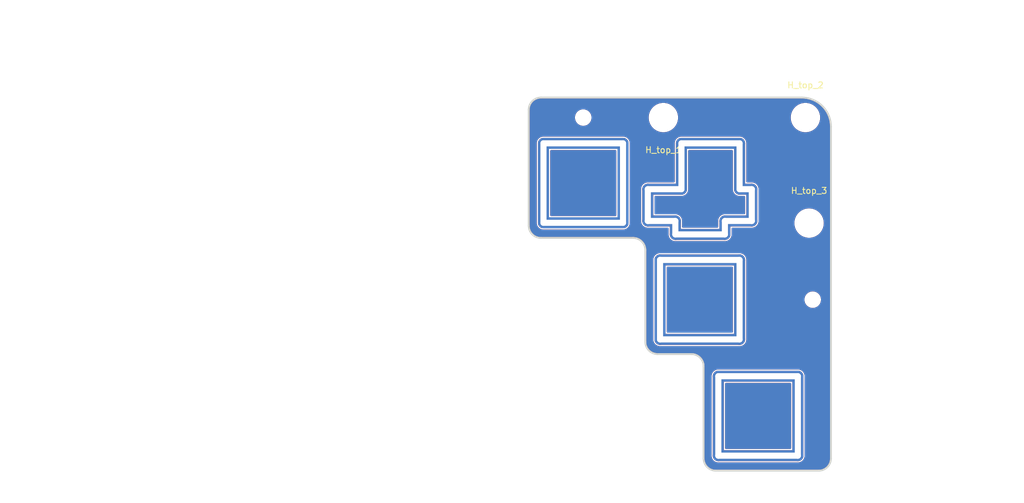
<source format=kicad_pcb>
(kicad_pcb (version 20240108) (generator "pcbnew") (generator_version "8.0")
  (title_block (title "Sandy") (date "2023-01-06") (rev "v.0") (company "@jpskenn"))
  (layers (0 "F.Cu" signal) (31 "B.Cu" signal) (34 "B.Paste" user) (35 "F.Paste" user) (36 "B.SilkS" user "B.Silkscreen") (37 "F.SilkS" user "F.Silkscreen") (38 "B.Mask" user) (39 "F.Mask" user) (44 "Edge.Cuts" user))
  (net 0 "")
  (footprint "locallib:SandyLPD_outline_Mid-CNT" (layer "F.Cu") (at 163.933435 59.15028)
    (property "Reference" "Cutout1" (hide yes))
    (property "Value" "60_Outline" (hide yes))
    (fp_line (start -56.535 -2.55004) (end -56.535 -21.512542) (stroke (width 0.3)) (layer "Edge.Cuts"))
    (fp_line (start -54.535 -0.55004) (end -39.475 -0.55004) (stroke (width 0.3)) (layer "Edge.Cuts"))
    (fp_line (start -37.475 16.44996) (end -37.475 1.44996) (stroke (width 0.3)) (layer "Edge.Cuts"))
    (fp_line (start -35.475 18.44996) (end -29.95 18.44996) (stroke (width 0.3)) (layer "Edge.Cuts"))
    (fp_line (start -27.95 35.52496) (end -27.95 20.44996) (stroke (width 0.3)) (layer "Edge.Cuts"))
    (fp_line (start -25.95 37.52496) (end -9.143756 37.52496) (stroke (width 0.3)) (layer "Edge.Cuts"))
    (fp_line (start -11.906256 -23.512542) (end -54.535 -23.512542) (stroke (width 0.3)) (layer "Edge.Cuts"))
    (fp_line (start -7.143756 35.52496) (end -7.143756 -18.750042) (stroke (width 0.3)) (layer "Edge.Cuts"))
    (fp_arc (start -56.535 -21.512542) (mid -55.949214 -22.926756) (end -54.535 -23.512542) (stroke (width 0.3)) (layer "Edge.Cuts"))
    (fp_arc (start -54.535 -0.55004) (mid -55.949214 -1.135826) (end -56.535 -2.55004) (stroke (width 0.3)) (layer "Edge.Cuts"))
    (fp_arc (start -39.475 -0.55004) (mid -38.060786 0.035746) (end -37.475 1.44996) (stroke (width 0.3)) (layer "Edge.Cuts"))
    (fp_arc (start -35.475 18.44996) (mid -36.889214 17.864174) (end -37.475 16.44996) (stroke (width 0.3)) (layer "Edge.Cuts"))
    (fp_arc (start -29.95 18.44996) (mid -28.535786 19.035746) (end -27.95 20.44996) (stroke (width 0.3)) (layer "Edge.Cuts"))
    (fp_arc (start -25.95 37.52496) (mid -27.364214 36.939174) (end -27.95 35.52496) (stroke (width 0.3)) (layer "Edge.Cuts"))
    (fp_arc (start -11.906256 -23.512542) (mid -8.538662 -22.117636) (end -7.143756 -18.750042) (stroke (width 0.3)) (layer "Edge.Cuts"))
    (fp_arc (start -7.143756 35.52496) (mid -7.729545 36.939171) (end -9.143756 37.52496) (stroke (width 0.3)) (layer "Edge.Cuts"))
  )
  (footprint "locallib:MX-Switch-Hole-with-narrow-frame" (layer "F.Cu") (at 135.358435 68.70032)
    (property "Reference" "SW_G1" (hide yes))
    (property "Value" "SW_Push")
    (pad "" np_thru_hole roundrect (at -6.5 0 90) (size 14.8 1.8) (drill oval 14 1) (layers "F&B.Cu" "*.Mask") (roundrect_rratio 0.5))
    (pad "" np_thru_hole roundrect (at 0 -6.5) (size 14.8 1.8) (drill oval 14 1) (layers "F&B.Cu" "*.Mask") (roundrect_rratio 0.5))
    (pad "" np_thru_hole roundrect (at 0 6.5) (size 14.8 1.8) (drill oval 14 1) (layers "F&B.Cu" "*.Mask") (roundrect_rratio 0.5))
    (pad "" np_thru_hole roundrect (at 6.5 0 90) (size 14.8 1.8) (drill oval 14 1) (layers "F&B.Cu" "*.Mask") (roundrect_rratio 0.5))
  )
  (footprint "MountingHole:MountingHole_2.2mm_M2" (layer "F.Cu") (at 116.308435 38.909656)
    (property "Reference" "H5" (hide yes))
    (property "Value" "MountingHole")
    (pad "" np_thru_hole circle (at 0 0) (size 2.2 2.2) (drill 2.2) (layers "*.Cu" "*.Mask"))
  )
  (footprint "MountingHole:MountingHole_2.2mm_M2" (layer "F.Cu") (at 153.81323 68.70032)
    (property "Reference" "H6" (hide yes))
    (property "Value" "MountingHole")
    (pad "" np_thru_hole circle (at 0 0) (size 2.2 2.2) (drill 2.2) (layers "*.Cu" "*.Mask"))
  )
  (footprint "locallib:MX-Switch-Hole-with-narrow-frame" (layer "F.Cu") (at 116.308435 49.62528)
    (property "Reference" "SW_R1" (hide yes))
    (property "Value" "SW_Push")
    (pad "" np_thru_hole roundrect (at -6.5 0 90) (size 14.8 1.8) (drill oval 14 1) (layers "F&B.Cu" "*.Mask") (roundrect_rratio 0.5))
    (pad "" np_thru_hole roundrect (at 0 -6.5) (size 14.8 1.8) (drill oval 14 1) (layers "F&B.Cu" "*.Mask") (roundrect_rratio 0.5))
    (pad "" np_thru_hole roundrect (at 0 6.5) (size 14.8 1.8) (drill oval 14 1) (layers "F&B.Cu" "*.Mask") (roundrect_rratio 0.5))
    (pad "" np_thru_hole roundrect (at 6.5 0 90) (size 14.8 1.8) (drill oval 14 1) (layers "F&B.Cu" "*.Mask") (roundrect_rratio 0.5))
  )
  (footprint "MountingHole:MountingHole_4.3mm_M4" (layer "F.Cu") (at 129.405397 38.909656 180)
    (property "Reference" "H_top_1" (at 0 -5.3 180) (layer "F.SilkS"))
    (property "Value" "MountingHole")
    (pad "" np_thru_hole circle (at 0 0 180) (size 4.3 4.3) (drill 4.3) (layers "*.Cu" "*.Mask"))
  )
  (footprint "MountingHole:MountingHole_4.3mm_M4" (layer "F.Cu") (at 153.217917 56.173733)
    (property "Reference" "H_top_3" (at 0 -5.3 0) (layer "F.SilkS"))
    (property "Value" "MountingHole")
    (pad "" np_thru_hole circle (at 0 0) (size 4.3 4.3) (drill 4.3) (layers "*.Cu" "*.Mask"))
  )
  (footprint "locallib:MX-Switch-Hole-with-narrow-frame-for-socket-escape" (layer "F.Cu") (at 135.358435 49.62528)
    (property "Reference" "SW_MACRO_L2" (hide yes))
    (property "Value" "SW_Push")
    (pad "" np_thru_hole roundrect (at -8.5 3.6 90) (size 7 1.8) (drill oval 6.2 1) (layers "F&B.Cu" "*.Mask") (roundrect_rratio 0.5))
    (pad "" np_thru_hole roundrect (at -6.25 6.2) (size 6.3 1.8) (drill oval 5.5 1) (layers "F&B.Cu" "*.Mask") (roundrect_rratio 0.5))
    (pad "" np_thru_hole roundrect (at -5.75 1) (size 7.3 1.8) (drill oval 6.5 1) (layers "F&B.Cu" "*.Mask") (roundrect_rratio 0.5))
    (pad "" np_thru_hole roundrect (at -4 7.3 90) (size 4 1.8) (drill oval 3.2 1) (layers "F&B.Cu" "*.Mask") (roundrect_rratio 0.5))
    (pad "" np_thru_hole roundrect (at -3 -2.75 90) (size 9.3 1.8) (drill oval 8.5 1) (layers "F&B.Cu" "*.Mask") (roundrect_rratio 0.5))
    (pad "" np_thru_hole roundrect (at 0.05 8.4) (size 9.9 1.8) (drill oval 9.1 1) (layers "F&B.Cu" "*.Mask") (roundrect_rratio 0.5))
    (pad "" np_thru_hole roundrect (at 1.75 -6.5) (size 11.3 1.8) (drill oval 10.5 1) (layers "F&B.Cu" "*.Mask") (roundrect_rratio 0.5))
    (pad "" np_thru_hole roundrect (at 4.1 7.3 90) (size 4 1.8) (drill oval 3.2 1) (layers "F&B.Cu" "*.Mask") (roundrect_rratio 0.5))
    (pad "" np_thru_hole roundrect (at 6.3 6.2) (size 6.2 1.8) (drill oval 5.4 1) (layers "F&B.Cu" "*.Mask") (roundrect_rratio 0.5))
    (pad "" np_thru_hole roundrect (at 6.5 -2.75 90) (size 9.3 1.8) (drill oval 8.5 1) (layers "F&B.Cu" "*.Mask") (roundrect_rratio 0.5))
    (pad "" np_thru_hole roundrect (at 7.5 1) (size 3.8 1.8) (drill oval 3 1) (layers "F&B.Cu" "*.Mask") (roundrect_rratio 0.5))
    (pad "" np_thru_hole roundrect (at 8.5 3.6 90) (size 7 1.8) (drill oval 6.2 1) (layers "F&B.Cu" "*.Mask") (roundrect_rratio 0.5))
  )
  (footprint "locallib:MX-Switch-Hole-with-narrow-frame" (layer "F.Cu") (at 144.883435 87.72528)
    (property "Reference" "SW_MACRO_L1" (hide yes))
    (property "Value" "SW_Push")
    (pad "" np_thru_hole roundrect (at -6.5 0 90) (size 14.8 1.8) (drill oval 14 1) (layers "F&B.Cu" "*.Mask") (roundrect_rratio 0.5))
    (pad "" np_thru_hole roundrect (at 0 -6.5) (size 14.8 1.8) (drill oval 14 1) (layers "F&B.Cu" "*.Mask") (roundrect_rratio 0.5))
    (pad "" np_thru_hole roundrect (at 0 6.5) (size 14.8 1.8) (drill oval 14 1) (layers "F&B.Cu" "*.Mask") (roundrect_rratio 0.5))
    (pad "" np_thru_hole roundrect (at 6.5 0 90) (size 14.8 1.8) (drill oval 14 1) (layers "F&B.Cu" "*.Mask") (roundrect_rratio 0.5))
  )
  (footprint "MountingHole:MountingHole_4.3mm_M4" (layer "F.Cu") (at 152.622604 38.909656)
    (property "Reference" "H_top_2" (at 0 -5.3 0) (layer "F.SilkS"))
    (property "Value" "MountingHole")
    (pad "" np_thru_hole circle (at 0 0) (size 4.3 4.3) (drill 4.3) (layers "*.Cu" "*.Mask"))
  )
  (zone (net 0) (net_name "") (layers "F&B.Cu") (connect_pads (clearance 0.2)) (min_thickness 0.3) (fill yes (thermal_gap 0.3) (thermal_bridge_width 0.5))
    (polygon (pts (xy 165.719254 102.012784) (xy 104.997568 102.012784) (xy 104.997568 21.645593) (xy 165.719254 21.645593)))
  )
)
</source>
